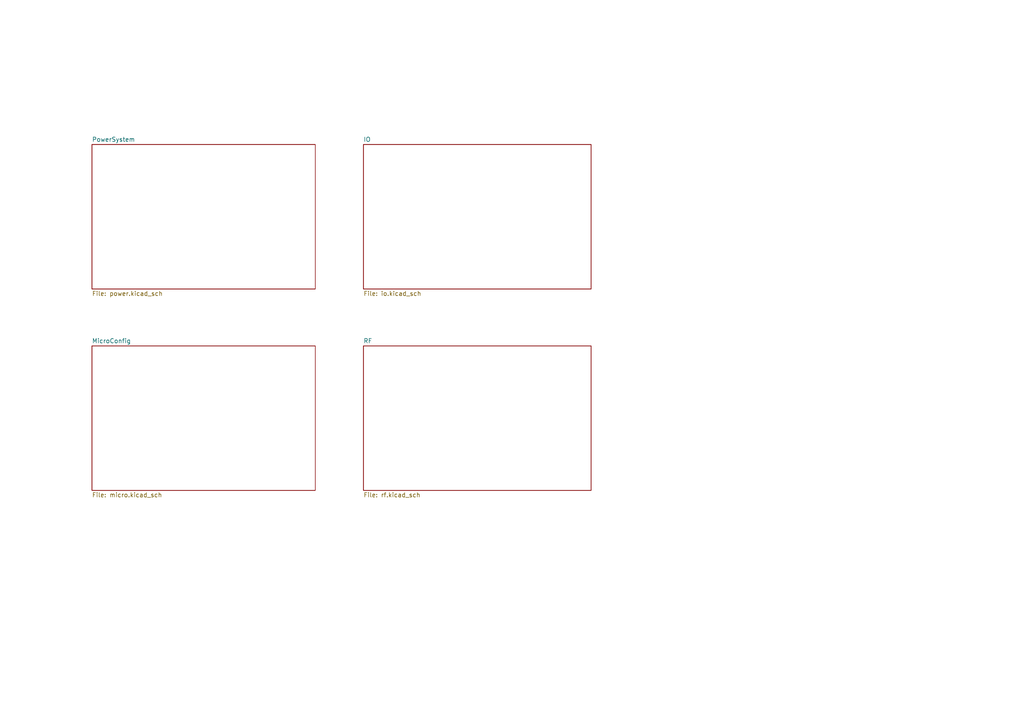
<source format=kicad_sch>
(kicad_sch
	(version 20250114)
	(generator "eeschema")
	(generator_version "9.0")
	(uuid "406ad30e-b04c-4bb7-9588-aab8ab73084a")
	(paper "A4")
	(title_block
		(title "CanaryCapMain")
		(date "2025-10-01")
	)
	(lib_symbols)
	(sheet
		(at 26.67 41.91)
		(size 64.77 41.91)
		(exclude_from_sim no)
		(in_bom yes)
		(on_board yes)
		(dnp no)
		(fields_autoplaced yes)
		(stroke
			(width 0.1524)
			(type solid)
		)
		(fill
			(color 0 0 0 0.0000)
		)
		(uuid "3219e357-ed27-4a99-8f08-f1a850fa8309")
		(property "Sheetname" "PowerSystem"
			(at 26.67 41.1984 0)
			(effects
				(font
					(size 1.27 1.27)
				)
				(justify left bottom)
			)
		)
		(property "Sheetfile" "power.kicad_sch"
			(at 26.67 84.4046 0)
			(effects
				(font
					(size 1.27 1.27)
				)
				(justify left top)
			)
		)
		(instances
			(project "CanaryCap"
				(path "/406ad30e-b04c-4bb7-9588-aab8ab73084a"
					(page "2")
				)
			)
		)
	)
	(sheet
		(at 105.41 100.33)
		(size 66.04 41.91)
		(exclude_from_sim no)
		(in_bom yes)
		(on_board yes)
		(dnp no)
		(fields_autoplaced yes)
		(stroke
			(width 0.1524)
			(type solid)
		)
		(fill
			(color 0 0 0 0.0000)
		)
		(uuid "62cbd03f-2971-4d14-9dc5-93962962f3ed")
		(property "Sheetname" "RF"
			(at 105.41 99.6184 0)
			(effects
				(font
					(size 1.27 1.27)
				)
				(justify left bottom)
			)
		)
		(property "Sheetfile" "rf.kicad_sch"
			(at 105.41 142.8246 0)
			(effects
				(font
					(size 1.27 1.27)
				)
				(justify left top)
			)
		)
		(instances
			(project "CanaryCap"
				(path "/406ad30e-b04c-4bb7-9588-aab8ab73084a"
					(page "5")
				)
			)
		)
	)
	(sheet
		(at 26.67 100.33)
		(size 64.77 41.91)
		(exclude_from_sim no)
		(in_bom yes)
		(on_board yes)
		(dnp no)
		(fields_autoplaced yes)
		(stroke
			(width 0.1524)
			(type solid)
		)
		(fill
			(color 0 0 0 0.0000)
		)
		(uuid "865b4f90-0093-4030-8a8d-928bbea99e0f")
		(property "Sheetname" "MicroConfig"
			(at 26.67 99.6184 0)
			(effects
				(font
					(size 1.27 1.27)
				)
				(justify left bottom)
			)
		)
		(property "Sheetfile" "micro.kicad_sch"
			(at 26.67 142.8246 0)
			(effects
				(font
					(size 1.27 1.27)
				)
				(justify left top)
			)
		)
		(instances
			(project "CanaryCap"
				(path "/406ad30e-b04c-4bb7-9588-aab8ab73084a"
					(page "3")
				)
			)
		)
	)
	(sheet
		(at 105.41 41.91)
		(size 66.04 41.91)
		(exclude_from_sim no)
		(in_bom yes)
		(on_board yes)
		(dnp no)
		(fields_autoplaced yes)
		(stroke
			(width 0.1524)
			(type solid)
		)
		(fill
			(color 0 0 0 0.0000)
		)
		(uuid "da5ad29e-ffcf-45cc-ab35-f23b8b85ed0a")
		(property "Sheetname" "IO"
			(at 105.41 41.1984 0)
			(effects
				(font
					(size 1.27 1.27)
				)
				(justify left bottom)
			)
		)
		(property "Sheetfile" "io.kicad_sch"
			(at 105.41 84.4046 0)
			(effects
				(font
					(size 1.27 1.27)
				)
				(justify left top)
			)
		)
		(instances
			(project "CanaryCap"
				(path "/406ad30e-b04c-4bb7-9588-aab8ab73084a"
					(page "4")
				)
			)
		)
	)
	(sheet_instances
		(path "/"
			(page "1")
		)
	)
	(embedded_fonts no)
)

</source>
